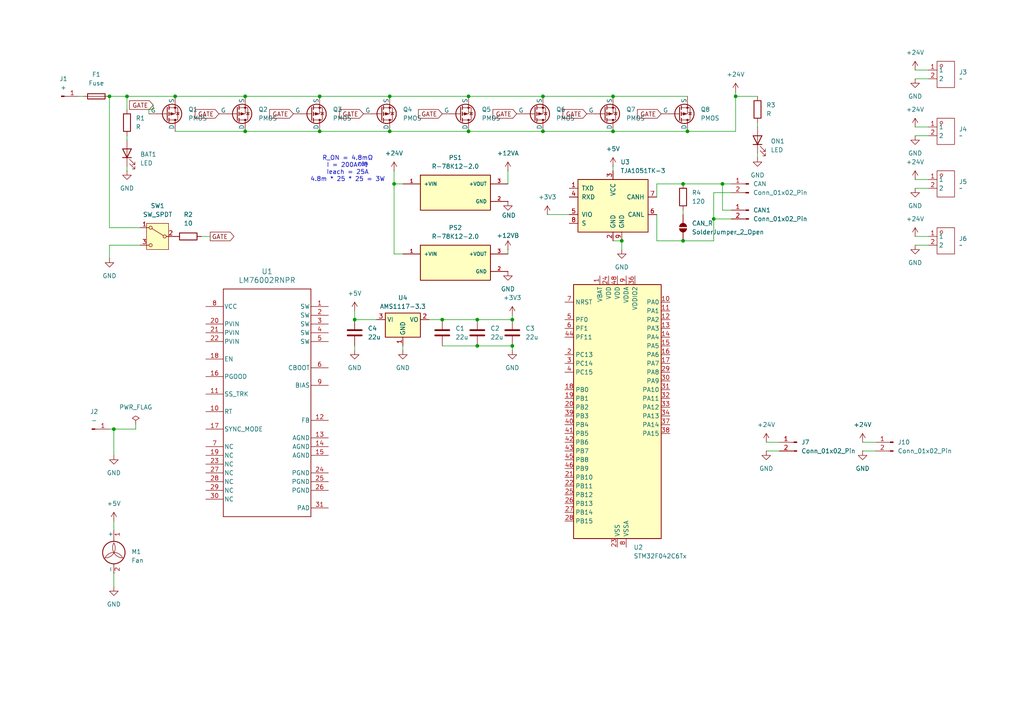
<source format=kicad_sch>
(kicad_sch (version 20250114) (generator "eeschema") (generator_version "9.0")
  (paper "A4")
  (title_block (title "power circuit") (rev "00"))
  (lib_symbols
    (symbol "Connector:Conn_01x01_Pin" (pin_names (offset 1.016) (hide yes))
      (property "Reference" "J" (at 0 2.54 0))
      (property "Value" "Conn_01x01_Pin" (at 0 -2.54 0))
      (symbol "Conn_01x01_Pin_1_1"
        (rectangle (start 0.8636 0.127) (end 0 -0.127) (stroke (width 0.1524)) (fill (type outline)))
        (polyline (pts (xy 1.27 0) (xy 0.8636 0)) (stroke (width 0.1524)))
        (pin passive line (at 5.08 0 180) (length 3.81) (name "Pin_1") (number "1"))
      )
    )
    (symbol "Connector:Conn_01x02_Pin" (pin_names (offset 1.016) (hide yes))
      (property "Reference" "J" (at 0 2.54 0))
      (property "Value" "Conn_01x02_Pin" (at 0 -5.08 0))
      (symbol "Conn_01x02_Pin_1_1"
        (rectangle (start 0.8636 0.127) (end 0 -0.127) (stroke (width 0.1524)) (fill (type outline)))
        (rectangle (start 0.8636 -2.413) (end 0 -2.667) (stroke (width 0.1524)) (fill (type outline)))
        (polyline (pts (xy 1.27 0) (xy 0.8636 0)) (stroke (width 0.1524)))
        (polyline (pts (xy 1.27 -2.54) (xy 0.8636 -2.54)) (stroke (width 0.1524)))
        (pin passive line (at 5.08 0 180) (length 3.81) (name "Pin_1") (number "1"))
        (pin passive line (at 5.08 -2.54 180) (length 3.81) (name "Pin_2") (number "2"))
      )
    )
    (symbol "Device:C" (pin_numbers (hide yes)) (pin_names (offset 0.254))
      (property "Reference" "C" (at 0.635 2.54 0))
      (property "Value" "C" (at 0.635 -2.54 0))
      (symbol "C_0_1"
        (polyline (pts (xy -2.032 0.762) (xy 2.032 0.762)) (stroke (width 0.508)))
        (polyline (pts (xy -2.032 -0.762) (xy 2.032 -0.762)) (stroke (width 0.508)))
      )
      (symbol "C_1_1"
        (pin passive line (at 0 3.81 270) (length 2.794) (name "~") (number "1"))
        (pin passive line (at 0 -3.81 90) (length 2.794) (name "~") (number "2"))
      )
    )
    (symbol "Device:Fuse" (pin_numbers (hide yes)) (pin_names (offset 0))
      (property "Reference" "F" (at 2.032 0 90))
      (property "Value" "Fuse" (at -1.905 0 90))
      (symbol "Fuse_0_1"
        (rectangle (start -0.762 -2.54) (end 0.762 2.54) (stroke (width 0.254)))
        (polyline (pts (xy 0 2.54) (xy 0 -2.54)))
      )
      (symbol "Fuse_1_1"
        (pin passive line (at 0 3.81 270) (length 1.27) (name "~") (number "1"))
        (pin passive line (at 0 -3.81 90) (length 1.27) (name "~") (number "2"))
      )
    )
    (symbol "Device:LED" (pin_numbers (hide yes)) (pin_names (offset 1.016) (hide yes))
      (property "Reference" "D" (at 0 2.54 0))
      (property "Value" "LED" (at 0 -2.54 0))
      (symbol "LED_0_1"
        (polyline (pts (xy -3.048 -0.762) (xy -4.572 -2.286) (xy -3.81 -2.286) (xy -4.572 -2.286) (xy -4.572 -1.524)))
        (polyline (pts (xy -1.778 -0.762) (xy -3.302 -2.286) (xy -2.54 -2.286) (xy -3.302 -2.286) (xy -3.302 -1.524)))
        (polyline (pts (xy -1.27 0) (xy 1.27 0)))
        (polyline (pts (xy -1.27 -1.27) (xy -1.27 1.27)) (stroke (width 0.254)))
        (polyline (pts (xy 1.27 -1.27) (xy 1.27 1.27) (xy -1.27 0) (xy 1.27 -1.27)) (stroke (width 0.254)))
      )
      (symbol "LED_1_1"
        (pin passive line (at -3.81 0 0) (length 2.54) (name "K") (number "1"))
        (pin passive line (at 3.81 0 180) (length 2.54) (name "A") (number "2"))
      )
    )
    (symbol "Device:R" (pin_numbers (hide yes)) (pin_names (offset 0))
      (property "Reference" "R" (at 2.032 0 90))
      (property "Value" "R" (at 0 0 90))
      (symbol "R_0_1"
        (rectangle (start -1.016 -2.54) (end 1.016 2.54) (stroke (width 0.254)))
      )
      (symbol "R_1_1"
        (pin passive line (at 0 3.81 270) (length 1.27) (name "~") (number "1"))
        (pin passive line (at 0 -3.81 90) (length 1.27) (name "~") (number "2"))
      )
    )
    (symbol "Interface_CAN_LIN:TJA1051TK-3" (pin_names (offset 1.016))
      (property "Reference" "U" (at -10.16 8.89 0))
      (property "Value" "TJA1051TK-3" (at 1.27 8.89 0))
      (symbol "TJA1051TK-3_0_1"
        (rectangle (start -10.16 7.62) (end 10.16 -7.62) (stroke (width 0.254)) (fill (type background)))
      )
      (symbol "TJA1051TK-3_1_1"
        (pin input line (at -12.7 5.08 0) (length 2.54) (name "TXD") (number "1"))
        (pin output line (at -12.7 2.54 0) (length 2.54) (name "RXD") (number "4"))
        (pin power_in line (at -12.7 -2.54 0) (length 2.54) (name "VIO") (number "5"))
        (pin input line (at -12.7 -5.08 0) (length 2.54) (name "S") (number "8"))
        (pin power_in line (at 0 10.16 270) (length 2.54) (name "VCC") (number "3"))
        (pin power_in line (at 0 -10.16 90) (length 2.54) (name "GND") (number "2"))
        (pin power_in line (at 2.54 -10.16 90) (length 2.54) (name "GND") (number "9"))
        (pin bidirectional line (at 12.7 2.54 180) (length 2.54) (name "CANH") (number "7"))
        (pin bidirectional line (at 12.7 -2.54 180) (length 2.54) (name "CANL") (number "6"))
      )
    )
    (symbol "Jumper:SolderJumper_2_Open" (pin_numbers (hide yes)) (pin_names (offset 0) (hide yes)) (exclude_from_sim yes) (in_bom no)
      (property "Reference" "JP" (at 0 2.032 0))
      (property "Value" "SolderJumper_2_Open" (at 0 -2.54 0))
      (symbol "SolderJumper_2_Open_0_1"
        (polyline (pts (xy -0.254 1.016) (xy -0.254 -1.016)))
        (arc (start -0.254 -1.016) (mid -1.2656 0) (end -0.254 1.016))
        (arc (start -0.254 -1.016) (mid -1.2656 0) (end -0.254 1.016) (fill (type outline)))
        (arc (start 0.254 1.016) (mid 1.2656 0) (end 0.254 -1.016))
        (arc (start 0.254 1.016) (mid 1.2656 0) (end 0.254 -1.016) (fill (type outline)))
        (polyline (pts (xy 0.254 1.016) (xy 0.254 -1.016)))
      )
      (symbol "SolderJumper_2_Open_1_1"
        (pin passive line (at -3.81 0 0) (length 2.54) (name "A") (number "1"))
        (pin passive line (at 3.81 0 180) (length 2.54) (name "B") (number "2"))
      )
    )
    (symbol "MCU_ST_STM32F0:STM32F042C6Tx"
      (property "Reference" "U" (at -12.7 39.37 0))
      (property "Value" "STM32F042C6Tx" (at 7.62 39.37 0))
      (symbol "STM32F042C6Tx_0_1"
        (rectangle (start -12.7 -35.56) (end 12.7 38.1) (stroke (width 0.254)) (fill (type background)))
      )
      (symbol "STM32F042C6Tx_1_1"
        (pin input line (at -15.24 33.02 0) (length 2.54) (name "NRST") (number "7"))
        (pin bidirectional line (at -15.24 27.94 0) (length 2.54) (name "PF0") (number "5"))
        (pin bidirectional line (at -15.24 25.4 0) (length 2.54) (name "PF1") (number "6"))
        (pin bidirectional line (at -15.24 22.86 0) (length 2.54) (name "PF11") (number "44"))
        (pin bidirectional line (at -15.24 17.78 0) (length 2.54) (name "PC13") (number "2"))
        (pin bidirectional line (at -15.24 15.24 0) (length 2.54) (name "PC14") (number "3"))
        (pin bidirectional line (at -15.24 12.7 0) (length 2.54) (name "PC15") (number "4"))
        (pin bidirectional line (at -15.24 7.62 0) (length 2.54) (name "PB0") (number "18"))
        (pin bidirectional line (at -15.24 5.08 0) (length 2.54) (name "PB1") (number "19"))
        (pin bidirectional line (at -15.24 2.54 0) (length 2.54) (name "PB2") (number "20"))
        (pin bidirectional line (at -15.24 0 0) (length 2.54) (name "PB3") (number "39"))
        (pin bidirectional line (at -15.24 -2.54 0) (length 2.54) (name "PB4") (number "40"))
        (pin bidirectional line (at -15.24 -5.08 0) (length 2.54) (name "PB5") (number "41"))
        (pin bidirectional line (at -15.24 -7.62 0) (length 2.54) (name "PB6") (number "42"))
        (pin bidirectional line (at -15.24 -10.16 0) (length 2.54) (name "PB7") (number "43"))
        (pin bidirectional line (at -15.24 -12.7 0) (length 2.54) (name "PB8") (number "45"))
        (pin bidirectional line (at -15.24 -15.24 0) (length 2.54) (name "PB9") (number "46"))
        (pin bidirectional line (at -15.24 -17.78 0) (length 2.54) (name "PB10") (number "21"))
        (pin bidirectional line (at -15.24 -20.32 0) (length 2.54) (name "PB11") (number "22"))
        (pin bidirectional line (at -15.24 -22.86 0) (length 2.54) (name "PB12") (number "25"))
        (pin bidirectional line (at -15.24 -25.4 0) (length 2.54) (name "PB13") (number "26"))
        (pin bidirectional line (at -15.24 -27.94 0) (length 2.54) (name "PB14") (number "27"))
        (pin bidirectional line (at -15.24 -30.48 0) (length 2.54) (name "PB15") (number "28"))
        (pin power_in line (at -5.08 40.64 270) (length 2.54) (name "VBAT") (number "1"))
        (pin power_in line (at -2.54 40.64 270) (length 2.54) (name "VDD") (number "24"))
        (pin power_in line (at 0 40.64 270) (length 2.54) (name "VDD") (number "48"))
        (pin power_in line (at 0 -38.1 90) (length 2.54) (name "VSS") (number "23"))
        (pin passive line (at 0 -38.1 90) (length 2.54) (hide yes) (name "VSS") (number "35"))
        (pin passive line (at 0 -38.1 90) (length 2.54) (hide yes) (name "VSS") (number "47"))
        (pin power_in line (at 2.54 40.64 270) (length 2.54) (name "VDDA") (number "9"))
        (pin power_in line (at 2.54 -38.1 90) (length 2.54) (name "VSSA") (number "8"))
        (pin power_in line (at 5.08 40.64 270) (length 2.54) (name "VDDIO2") (number "36"))
        (pin bidirectional line (at 15.24 33.02 180) (length 2.54) (name "PA0") (number "10"))
        (pin bidirectional line (at 15.24 30.48 180) (length 2.54) (name "PA1") (number "11"))
        (pin bidirectional line (at 15.24 27.94 180) (length 2.54) (name "PA2") (number "12"))
        (pin bidirectional line (at 15.24 25.4 180) (length 2.54) (name "PA3") (number "13"))
        (pin bidirectional line (at 15.24 22.86 180) (length 2.54) (name "PA4") (number "14"))
        (pin bidirectional line (at 15.24 20.32 180) (length 2.54) (name "PA5") (number "15"))
        (pin bidirectional line (at 15.24 17.78 180) (length 2.54) (name "PA6") (number "16"))
        (pin bidirectional line (at 15.24 15.24 180) (length 2.54) (name "PA7") (number "17"))
        (pin bidirectional line (at 15.24 12.7 180) (length 2.54) (name "PA8") (number "29"))
        (pin bidirectional line (at 15.24 10.16 180) (length 2.54) (name "PA9") (number "30"))
        (pin bidirectional line (at 15.24 7.62 180) (length 2.54) (name "PA10") (number "31"))
        (pin bidirectional line (at 15.24 5.08 180) (length 2.54) (name "PA11") (number "32"))
        (pin bidirectional line (at 15.24 2.54 180) (length 2.54) (name "PA12") (number "33"))
        (pin bidirectional line (at 15.24 0 180) (length 2.54) (name "PA13") (number "34"))
        (pin bidirectional line (at 15.24 -2.54 180) (length 2.54) (name "PA14") (number "37"))
        (pin bidirectional line (at 15.24 -5.08 180) (length 2.54) (name "PA15") (number "38"))
      )
    )
    (symbol "Motor:Fan" (pin_names (offset 0))
      (property "Reference" "M" (at 2.54 5.08 0))
      (property "Value" "Fan" (at 2.54 -2.54 0))
      (symbol "Fan_0_1"
        (arc (start 0 3.81) (mid -0.0015 0.9048) (end -2.54 -0.508))
        (polyline (pts (xy 0 4.572) (xy 0 5.08)))
        (polyline (pts (xy 0 4.2672) (xy 0 4.6228)))
        (circle (center 0 1.016) (radius 3.2512) (stroke (width 0.254)))
        (arc (start -2.54 -0.508) (mid 0 1.0618) (end 2.54 -0.508))
        (polyline (pts (xy 0 -2.2352) (xy 0 -2.6416)))
        (polyline (pts (xy 0 -5.08) (xy 0 -4.572)))
        (arc (start 2.54 -0.508) (mid 0.047 0.9315) (end 0 3.81))
      )
      (symbol "Fan_1_1"
        (pin passive line (at 0 7.62 270) (length 2.54) (name "+") (number "1"))
        (pin passive line (at 0 -5.08 90) (length 2.54) (name "-") (number "2"))
      )
    )
    (symbol "Regulator_Linear:AMS1117-3.3"
      (property "Reference" "U" (at -3.81 3.175 0))
      (property "Value" "AMS1117-3.3" (at 0 3.175 0))
      (symbol "AMS1117-3.3_0_1"
        (rectangle (start -5.08 -5.08) (end 5.08 1.905) (stroke (width 0.254)) (fill (type background)))
      )
      (symbol "AMS1117-3.3_1_1"
        (pin power_in line (at -7.62 0 0) (length 2.54) (name "VI") (number "3"))
        (pin power_in line (at 0 -7.62 90) (length 2.54) (name "GND") (number "1"))
        (pin power_out line (at 7.62 0 180) (length 2.54) (name "VO") (number "2"))
      )
    )
    (symbol "Simulation_SPICE:PMOS" (pin_numbers (hide yes)) (pin_names (offset 0))
      (property "Reference" "Q" (at 5.08 1.27 0))
      (property "Value" "PMOS" (at 5.08 -1.27 0))
      (symbol "PMOS_0_1"
        (polyline (pts (xy 0.254 1.905) (xy 0.254 -1.905)) (stroke (width 0.254)))
        (polyline (pts (xy 0.254 0) (xy -2.54 0)))
        (polyline (pts (xy 0.762 2.286) (xy 0.762 1.27)) (stroke (width 0.254)))
        (polyline (pts (xy 0.762 1.778) (xy 3.302 1.778) (xy 3.302 -1.778) (xy 0.762 -1.778)))
        (polyline (pts (xy 0.762 0.508) (xy 0.762 -0.508)) (stroke (width 0.254)))
        (polyline (pts (xy 0.762 -1.27) (xy 0.762 -2.286)) (stroke (width 0.254)))
        (circle (center 1.651 0) (radius 2.794) (stroke (width 0.254)))
        (polyline (pts (xy 2.286 0) (xy 1.27 0.381) (xy 1.27 -0.381) (xy 2.286 0)) (fill (type outline)))
        (polyline (pts (xy 2.54 2.54) (xy 2.54 1.778)))
        (circle (center 2.54 1.778) (radius 0.254) (fill (type outline)))
        (circle (center 2.54 -1.778) (radius 0.254) (fill (type outline)))
        (polyline (pts (xy 2.54 -2.54) (xy 2.54 0) (xy 0.762 0)))
        (polyline (pts (xy 2.794 -0.508) (xy 2.921 -0.381) (xy 3.683 -0.381) (xy 3.81 -0.254)))
        (polyline (pts (xy 3.302 -0.381) (xy 2.921 0.254) (xy 3.683 0.254) (xy 3.302 -0.381)))
      )
      (symbol "PMOS_1_1"
        (pin input line (at -5.08 0 0) (length 2.54) (name "G") (number "2"))
        (pin passive line (at 2.54 5.08 270) (length 2.54) (name "D") (number "1"))
        (pin passive line (at 2.54 -5.08 90) (length 2.54) (name "S") (number "3"))
      )
    )
    (symbol "Switch:SW_SPDT" (pin_names (offset 0) (hide yes))
      (property "Reference" "SW" (at 0 5.08 0))
      (property "Value" "SW_SPDT" (at 0 -5.08 0))
      (symbol "SW_SPDT_0_1"
        (circle (center -2.032 0) (radius 0.4572))
        (polyline (pts (xy -1.651 0.254) (xy 1.651 2.286)))
        (circle (center 2.032 2.54) (radius 0.4572))
        (circle (center 2.032 -2.54) (radius 0.4572))
      )
      (symbol "SW_SPDT_1_1"
        (rectangle (start -3.175 3.81) (end 3.175 -3.81) (fill (type background)))
        (pin passive line (at -5.08 0 0) (length 2.54) (name "B") (number "2"))
        (pin passive line (at 5.08 2.54 180) (length 2.54) (name "A") (number "1"))
        (pin passive line (at 5.08 -2.54 180) (length 2.54) (name "C") (number "3"))
      )
    )
    (symbol "power:+12V" (power) (pin_numbers (hide yes)) (pin_names (offset 0) (hide yes))
      (property "Value" "+12V" (at 0 3.556 0))
      (symbol "+12V_0_1"
        (polyline (pts (xy -0.762 1.27) (xy 0 2.54)))
        (polyline (pts (xy 0 2.54) (xy 0.762 1.27)))
        (polyline (pts (xy 0 0) (xy 0 2.54)))
      )
      (symbol "+12V_1_1"
        (pin power_in line (at 0 0 90) (length 0) (name "~") (number "1"))
      )
    )
    (symbol "power:+24V" (power) (pin_numbers (hide yes)) (pin_names (offset 0) (hide yes))
      (property "Value" "+24V" (at 0 3.556 0))
      (symbol "+24V_0_1"
        (polyline (pts (xy -0.762 1.27) (xy 0 2.54)))
        (polyline (pts (xy 0 2.54) (xy 0.762 1.27)))
        (polyline (pts (xy 0 0) (xy 0 2.54)))
      )
      (symbol "+24V_1_1"
        (pin power_in line (at 0 0 90) (length 0) (name "~") (number "1"))
      )
    )
    (symbol "power:+3V3" (power) (pin_numbers (hide yes)) (pin_names (offset 0) (hide yes))
      (property "Value" "+3V3" (at 0 3.556 0))
      (symbol "+3V3_0_1"
        (polyline (pts (xy -0.762 1.27) (xy 0 2.54)))
        (polyline (pts (xy 0 2.54) (xy 0.762 1.27)))
        (polyline (pts (xy 0 0) (xy 0 2.54)))
      )
      (symbol "+3V3_1_1"
        (pin power_in line (at 0 0 90) (length 0) (name "~") (number "1"))
      )
    )
    (symbol "power:+5V" (power) (pin_numbers (hide yes)) (pin_names (offset 0) (hide yes))
      (property "Value" "+5V" (at 0 3.556 0))
      (symbol "+5V_0_1"
        (polyline (pts (xy -0.762 1.27) (xy 0 2.54)))
        (polyline (pts (xy 0 2.54) (xy 0.762 1.27)))
        (polyline (pts (xy 0 0) (xy 0 2.54)))
      )
      (symbol "+5V_1_1"
        (pin power_in line (at 0 0 90) (length 0) (name "~") (number "1"))
      )
    )
    (symbol "power:GND" (power) (pin_numbers (hide yes)) (pin_names (offset 0) (hide yes))
      (property "Value" "GND" (at 0 -3.81 0))
      (symbol "GND_0_1"
        (polyline (pts (xy 0 0) (xy 0 -1.27) (xy 1.27 -1.27) (xy 0 -2.54) (xy -1.27 -1.27) (xy 0 -1.27)))
      )
      (symbol "GND_1_1"
        (pin power_in line (at 0 0 270) (length 0) (name "~") (number "1"))
      )
    )
    (symbol "power:PWR_FLAG" (power) (pin_numbers (hide yes)) (pin_names (offset 0) (hide yes))
      (property "Value" "PWR_FLAG" (at 0 3.81 0))
      (symbol "PWR_FLAG_0_0"
        (pin power_out line (at 0 0 90) (length 0) (name "~") (number "1"))
      )
      (symbol "PWR_FLAG_0_1"
        (polyline (pts (xy 0 0) (xy 0 1.27) (xy -1.016 1.905) (xy 0 2.54) (xy 1.016 1.905) (xy 0 1.27)))
      )
    )
    (symbol "specific_library:LM76002RNPR" (pin_names (offset 0.254))
      (property "Reference" "U" (at 0 2.54 0))
      (property "Value" "LM76002RNPR" (at 0 0 0))
      (symbol "LM76002RNPR_0_1"
        (polyline (pts (xy -12.7 35.56) (xy -12.7 -30.48)) (stroke (width 0.2032)))
        (polyline (pts (xy -12.7 -30.48) (xy 12.7 -30.48)) (stroke (width 0.2032)))
        (polyline (pts (xy 12.7 35.56) (xy -12.7 35.56)) (stroke (width 0.2032)))
        (polyline (pts (xy 12.7 -30.48) (xy 12.7 35.56)) (stroke (width 0.2032)))
        (pin power_in line (at -17.78 30.48 0) (length 5.08) (name "VCC") (number "8"))
        (pin power_in line (at -17.78 25.4 0) (length 5.08) (name "PVIN") (number "20"))
        (pin power_in line (at -17.78 22.86 0) (length 5.08) (name "PVIN") (number "21"))
        (pin power_in line (at -17.78 20.32 0) (length 5.08) (name "PVIN") (number "22"))
        (pin input line (at -17.78 15.24 0) (length 5.08) (name "EN") (number "18"))
        (pin open_collector line (at -17.78 10.16 0) (length 5.08) (name "PGOOD") (number "16"))
        (pin input line (at -17.78 5.08 0) (length 5.08) (name "SS_TRK") (number "11"))
        (pin input line (at -17.78 0 0) (length 5.08) (name "RT") (number "10"))
        (pin input line (at -17.78 -5.08 0) (length 5.08) (name "SYNC_MODE") (number "17"))
        (pin unspecified line (at -17.78 -10.16 0) (length 5.08) (name "NC") (number "7"))
        (pin unspecified line (at -17.78 -12.7 0) (length 5.08) (name "NC") (number "19"))
        (pin unspecified line (at -17.78 -15.24 0) (length 5.08) (name "NC") (number "23"))
        (pin unspecified line (at -17.78 -17.78 0) (length 5.08) (name "NC") (number "27"))
        (pin unspecified line (at -17.78 -20.32 0) (length 5.08) (name "NC") (number "28"))
        (pin unspecified line (at -17.78 -22.86 0) (length 5.08) (name "NC") (number "29"))
        (pin unspecified line (at -17.78 -25.4 0) (length 5.08) (name "NC") (number "30"))
        (pin power_in line (at 17.78 30.48 180) (length 5.08) (name "SW") (number "1"))
        (pin power_in line (at 17.78 27.94 180) (length 5.08) (name "SW") (number "2"))
        (pin power_in line (at 17.78 25.4 180) (length 5.08) (name "SW") (number "3"))
        (pin power_in line (at 17.78 22.86 180) (length 5.08) (name "SW") (number "4"))
        (pin power_in line (at 17.78 20.32 180) (length 5.08) (name "SW") (number "5"))
        (pin power_in line (at 17.78 12.7 180) (length 5.08) (name "CBOOT") (number "6"))
        (pin unspecified line (at 17.78 7.62 180) (length 5.08) (name "BIAS") (number "9"))
        (pin input line (at 17.78 -2.54 180) (length 5.08) (name "FB") (number "12"))
        (pin power_in line (at 17.78 -7.62 180) (length 5.08) (name "AGND") (number "13"))
        (pin power_in line (at 17.78 -10.16 180) (length 5.08) (name "AGND") (number "14"))
        (pin power_in line (at 17.78 -12.7 180) (length 5.08) (name "AGND") (number "15"))
        (pin power_in line (at 17.78 -17.78 180) (length 5.08) (name "PGND") (number "24"))
        (pin power_in line (at 17.78 -20.32 180) (length 5.08) (name "PGND") (number "25"))
        (pin power_in line (at 17.78 -22.86 180) (length 5.08) (name "PGND") (number "26"))
        (pin power_in line (at 17.78 -27.94 180) (length 5.08) (name "PAD") (number "31"))
      )
    )
    (symbol "specific_library:R-78K12-2.0" (pin_names (offset 1.016))
      (property "Reference" "PS" (at -10.16 5.842 0))
      (property "Value" "R-78K12-2.0" (at -10.16 -7.62 0))
      (symbol "R-78K12-2.0_0_0"
        (rectangle (start -10.16 5.08) (end 10.16 -5.08) (stroke (width 0.254)) (fill (type background)))
        (pin input line (at -15.24 2.54 0) (length 5.08) (name "+VIN") (number "1"))
        (pin output line (at 15.24 2.54 180) (length 5.08) (name "+VOUT") (number "3"))
        (pin power_in line (at 15.24 -2.54 180) (length 5.08) (name "GND") (number "2"))
      )
    )
    (symbol "specific_library:XT90H-F.G.Y"
      (property "Reference" "J" (at 0 0 0))
      (symbol "XT90H-F.G.Y_1_0"
        (rectangle (start -2.54 3.81) (end 2.54 -3.81))
        (circle (center -1.27 2.54) (radius 0.381))
        (pin passive line (at -5.08 1.27 0) (length 2.54) (name "1") (number "1"))
        (pin passive line (at -5.08 -1.27 0) (length 2.54) (name "2") (number "2"))
      )
    )
  )
  (text "R_ON = 4.8mΩ\nI = 200Aの時\nIeach = 25A\n4.8m * 25 * 25 = 3W" (at 100.838 49.022 0) (effects (font (size 1.27 1.27))))
  (junction (at 180.34 69.85))
  (junction (at 92.71 38.1))
  (junction (at 33.02 124.46))
  (junction (at 50.8 27.94))
  (junction (at 71.12 27.94))
  (junction (at 138.43 92.71))
  (junction (at 102.87 92.71))
  (junction (at 135.89 27.94))
  (junction (at 177.8 27.94))
  (junction (at 148.59 100.33))
  (junction (at 128.27 92.71))
  (junction (at 92.71 27.94))
  (junction (at 213.36 27.94))
  (junction (at 135.89 38.1))
  (junction (at 198.12 69.85))
  (junction (at 148.59 92.71))
  (junction (at 198.12 53.34))
  (junction (at 138.43 100.33))
  (junction (at 31.75 27.94))
  (junction (at 36.83 27.94))
  (junction (at 177.8 38.1))
  (junction (at 113.03 27.94))
  (junction (at 157.48 38.1))
  (junction (at 199.39 38.1))
  (junction (at 114.3 53.34))
  (junction (at 209.55 53.34))
  (junction (at 71.12 38.1))
  (junction (at 113.03 38.1))
  (junction (at 157.48 27.94))
  (junction (at 207.01 63.5))
  (wire (pts (xy 33.02 132.08) (xy 33.02 124.46)))
  (wire (pts (xy 102.87 101.6) (xy 102.87 100.33)))
  (wire (pts (xy 36.83 31.75) (xy 36.83 27.94)))
  (wire (pts (xy 147.32 49.53) (xy 147.32 53.34)))
  (wire (pts (xy 207.01 69.85) (xy 198.12 69.85)))
  (wire (pts (xy 265.43 22.86) (xy 269.24 22.86)))
  (wire (pts (xy 265.43 54.61) (xy 269.24 54.61)))
  (wire (pts (xy 265.43 36.83) (xy 269.24 36.83)))
  (wire (pts (xy 92.71 27.94) (xy 113.03 27.94)))
  (wire (pts (xy 128.27 100.33) (xy 138.43 100.33)))
  (wire (pts (xy 207.01 55.88) (xy 207.01 63.5)))
  (wire (pts (xy 158.75 62.23) (xy 165.1 62.23)))
  (wire (pts (xy 39.37 124.46) (xy 33.02 124.46)))
  (wire (pts (xy 222.25 128.27) (xy 226.06 128.27)))
  (wire (pts (xy 265.43 71.12) (xy 269.24 71.12)))
  (wire (pts (xy 43.18 31.75) (xy 43.18 33.02)))
  (wire (pts (xy 71.12 38.1) (xy 92.71 38.1)))
  (wire (pts (xy 124.46 92.71) (xy 128.27 92.71)))
  (wire (pts (xy 114.3 73.66) (xy 114.3 53.34)))
  (wire (pts (xy 36.83 27.94) (xy 50.8 27.94)))
  (wire (pts (xy 31.75 66.04) (xy 31.75 27.94)))
  (wire (pts (xy 207.01 63.5) (xy 207.01 69.85)))
  (wire (pts (xy 50.8 38.1) (xy 71.12 38.1)))
  (wire (pts (xy 250.19 130.81) (xy 254 130.81)))
  (wire (pts (xy 147.32 72.39) (xy 147.32 73.66)))
  (wire (pts (xy 265.43 52.07) (xy 269.24 52.07)))
  (wire (pts (xy 219.71 27.94) (xy 213.36 27.94)))
  (wire (pts (xy 265.43 68.58) (xy 269.24 68.58)))
  (wire (pts (xy 190.5 62.23) (xy 190.5 69.85)))
  (wire (pts (xy 50.8 27.94) (xy 71.12 27.94)))
  (wire (pts (xy 114.3 49.53) (xy 114.3 53.34)))
  (wire (pts (xy 138.43 100.33) (xy 148.59 100.33)))
  (wire (pts (xy 177.8 38.1) (xy 199.39 38.1)))
  (wire (pts (xy 138.43 92.71) (xy 148.59 92.71)))
  (wire (pts (xy 135.89 27.94) (xy 157.48 27.94)))
  (wire (pts (xy 212.09 60.96) (xy 209.55 60.96)))
  (wire (pts (xy 44.45 30.48) (xy 44.45 31.75)))
  (wire (pts (xy 22.86 27.94) (xy 24.13 27.94)))
  (wire (pts (xy 198.12 60.96) (xy 198.12 62.23)))
  (wire (pts (xy 135.89 38.1) (xy 157.48 38.1)))
  (wire (pts (xy 58.42 68.58) (xy 60.96 68.58)))
  (wire (pts (xy 36.83 49.53) (xy 36.83 48.26)))
  (wire (pts (xy 219.71 36.83) (xy 219.71 35.56)))
  (wire (pts (xy 31.75 74.93) (xy 31.75 71.12)))
  (wire (pts (xy 265.43 39.37) (xy 269.24 39.37)))
  (wire (pts (xy 177.8 48.26) (xy 177.8 49.53)))
  (wire (pts (xy 190.5 53.34) (xy 190.5 57.15)))
  (wire (pts (xy 212.09 53.34) (xy 209.55 53.34)))
  (wire (pts (xy 39.37 123.19) (xy 39.37 124.46)))
  (wire (pts (xy 36.83 40.64) (xy 36.83 39.37)))
  (wire (pts (xy 177.8 27.94) (xy 199.39 27.94)))
  (wire (pts (xy 148.59 91.44) (xy 148.59 92.71)))
  (wire (pts (xy 190.5 69.85) (xy 198.12 69.85)))
  (wire (pts (xy 113.03 27.94) (xy 135.89 27.94)))
  (wire (pts (xy 33.02 124.46) (xy 31.75 124.46)))
  (wire (pts (xy 102.87 90.17) (xy 102.87 92.71)))
  (wire (pts (xy 33.02 170.18) (xy 33.02 166.37)))
  (wire (pts (xy 180.34 69.85) (xy 177.8 69.85)))
  (wire (pts (xy 207.01 63.5) (xy 212.09 63.5)))
  (wire (pts (xy 44.45 31.75) (xy 43.18 31.75)))
  (wire (pts (xy 209.55 60.96) (xy 209.55 53.34)))
  (wire (pts (xy 219.71 45.72) (xy 219.71 44.45)))
  (wire (pts (xy 33.02 151.13) (xy 33.02 153.67)))
  (wire (pts (xy 31.75 71.12) (xy 40.64 71.12)))
  (wire (pts (xy 157.48 38.1) (xy 177.8 38.1)))
  (wire (pts (xy 102.87 92.71) (xy 109.22 92.71)))
  (wire (pts (xy 209.55 53.34) (xy 198.12 53.34)))
  (wire (pts (xy 212.09 55.88) (xy 207.01 55.88)))
  (wire (pts (xy 222.25 130.81) (xy 226.06 130.81)))
  (wire (pts (xy 128.27 92.71) (xy 138.43 92.71)))
  (wire (pts (xy 92.71 38.1) (xy 113.03 38.1)))
  (wire (pts (xy 116.84 101.6) (xy 116.84 100.33)))
  (wire (pts (xy 31.75 27.94) (xy 36.83 27.94)))
  (wire (pts (xy 180.34 72.39) (xy 180.34 69.85)))
  (wire (pts (xy 198.12 53.34) (xy 190.5 53.34)))
  (wire (pts (xy 31.75 66.04) (xy 40.64 66.04)))
  (wire (pts (xy 148.59 100.33) (xy 148.59 101.6)))
  (wire (pts (xy 114.3 53.34) (xy 116.84 53.34)))
  (wire (pts (xy 250.19 128.27) (xy 254 128.27)))
  (wire (pts (xy 265.43 20.32) (xy 269.24 20.32)))
  (wire (pts (xy 213.36 26.67) (xy 213.36 27.94)))
  (wire (pts (xy 213.36 27.94) (xy 213.36 38.1)))
  (wire (pts (xy 113.03 38.1) (xy 135.89 38.1)))
  (wire (pts (xy 116.84 73.66) (xy 114.3 73.66)))
  (wire (pts (xy 71.12 27.94) (xy 92.71 27.94)))
  (wire (pts (xy 213.36 38.1) (xy 199.39 38.1)))
  (wire (pts (xy 157.48 27.94) (xy 177.8 27.94)))
  (global_label "GATE" (shape input) (at 105.41 33.02 180) (property "Intersheetrefs" "${INTERSHEET_REFS}" (effects (hide yes))))
  (global_label "GATE" (shape input) (at 44.45 30.48 180) (property "Intersheetrefs" "${INTERSHEET_REFS}" (effects (hide yes))))
  (global_label "GATE" (shape input) (at 85.09 33.02 180) (property "Intersheetrefs" "${INTERSHEET_REFS}" (effects (hide yes))))
  (global_label "GATE" (shape input) (at 128.27 33.02 180) (property "Intersheetrefs" "${INTERSHEET_REFS}" (effects (hide yes))))
  (global_label "GATE" (shape input) (at 191.77 33.02 180) (property "Intersheetrefs" "${INTERSHEET_REFS}" (effects (hide yes))))
  (global_label "GATE" (shape input) (at 170.18 33.02 180) (property "Intersheetrefs" "${INTERSHEET_REFS}" (effects (hide yes))))
  (global_label "GATE" (shape input) (at 149.86 33.02 180) (property "Intersheetrefs" "${INTERSHEET_REFS}" (effects (hide yes))))
  (global_label "GATE" (shape input) (at 63.5 33.02 180) (property "Intersheetrefs" "${INTERSHEET_REFS}" (effects (hide yes))))
  (global_label "GATE" (shape output) (at 60.96 68.58 0) (property "Intersheetrefs" "${INTERSHEET_REFS}" (effects (hide yes))))
  (symbol (lib_id "Device:LED") (at 36.83 44.45 90) (unit 1)
    (property "Reference" "BAT1" (at 40.64 44.7674 90) (effects (justify right)))
    (property "Value" "LED" (at 40.64 47.3074 90) (effects (justify right)))
    (property "Description" "Light emitting diode" (effects (hide yes)))
    (property "Sim.Pins" "1=K 2=A" (effects (hide yes)))
  )
  (symbol (lib_id "power:+3V3") (at 158.75 62.23 0) (unit 1)
    (property "Reference" "#PWR032" (effects (hide yes)))
    (property "Value" "+3V3" (at 158.75 57.15 0))
    (property "Description" "Power symbol creates a global label with name \"+3V3\"" (effects (hide yes)))
  )
  (symbol (lib_id "power:+24V") (at 265.43 36.83 0) (unit 1)
    (property "Reference" "#PWR010" (effects (hide yes)))
    (property "Value" "+24V" (at 265.43 31.75 0))
    (property "Description" "Power symbol creates a global label with name \"+24V\"" (effects (hide yes)))
  )
  (symbol (lib_id "power:GND") (at 265.43 39.37 0) (unit 1)
    (property "Reference" "#PWR011" (effects (hide yes)))
    (property "Value" "GND" (at 265.43 44.45 0))
    (property "Description" "Power symbol creates a global label with name \"GND\" , ground" (effects (hide yes)))
  )
  (symbol (lib_id "Device:Fuse") (at 27.94 27.94 90) (unit 1)
    (property "Reference" "F1" (at 27.94 21.59 90))
    (property "Value" "Fuse" (at 27.94 24.13 90))
    (property "Footprint" "specific_footprint_library:anl_fuse" (effects (hide yes)))
    (property "Description" "Fuse" (effects (hide yes)))
  )
  (symbol (lib_id "Simulation_SPICE:PMOS") (at 133.35 33.02 0) (mirror x) (unit 1)
    (property "Reference" "Q5" (at 139.7 31.7499 0) (effects (justify left)))
    (property "Value" "PMOS" (at 139.7 34.2899 0) (effects (justify left)))
    (property "Datasheet" "https://akizukidenshi.com/catalog/g/g116297/" (effects (hide yes)))
    (property "Description" "P-MOSFET transistor, drain/source/gate" (effects (hide yes)))
    (property "Sim.Device" "PMOS" (effects (hide yes)))
    (property "Sim.Type" "VDMOS" (effects (hide yes)))
    (property "Sim.Pins" "1=D 2=G 3=S" (effects (hide yes)))
  )
  (symbol (lib_id "power:GND") (at 250.19 130.81 0) (unit 1)
    (property "Reference" "#PWR019" (effects (hide yes)))
    (property "Value" "GND" (at 250.19 135.89 0))
    (property "Description" "Power symbol creates a global label with name \"GND\" , ground" (effects (hide yes)))
  )
  (symbol (lib_id "Connector:Conn_01x02_Pin") (at 217.17 53.34 0) (mirror y) (unit 1)
    (property "Reference" "CAN" (at 218.44 53.3399 0) (effects (justify right)))
    (property "Value" "Conn_01x02_Pin" (at 218.44 55.8799 0) (effects (justify right)))
    (property "Footprint" "Connector_JST:JST_XA_S02B-XASK-1_1x02_P2.50mm_Horizontal" (effects (hide yes)))
    (property "Description" "Generic connector, single row, 01x02, script generated" (effects (hide yes)))
  )
  (symbol (lib_id "power:+24V") (at 250.19 128.27 0) (unit 1)
    (property "Reference" "#PWR018" (effects (hide yes)))
    (property "Value" "+24V" (at 250.19 123.19 0))
    (property "Description" "Power symbol creates a global label with name \"+24V\"" (effects (hide yes)))
  )
  (symbol (lib_id "power:GND") (at 147.32 58.42 0) (unit 1)
    (property "Reference" "#PWR026" (effects (hide yes)))
    (property "Value" "GND" (at 147.574 62.484 0))
    (property "Description" "Power symbol creates a global label with name \"GND\" , ground" (effects (hide yes)))
  )
  (symbol (lib_id "Device:C") (at 128.27 96.52 0) (unit 1)
    (property "Reference" "C1" (at 132.08 95.2499 0) (effects (justify left)))
    (property "Value" "22u" (at 132.08 97.7899 0) (effects (justify left)))
    (property "Description" "Unpolarized capacitor" (effects (hide yes)))
  )
  (symbol (lib_id "Device:C") (at 102.87 96.52 0) (unit 1)
    (property "Reference" "C4" (at 106.68 95.2499 0) (effects (justify left)))
    (property "Value" "22u" (at 106.68 97.7899 0) (effects (justify left)))
    (property "Description" "Unpolarized capacitor" (effects (hide yes)))
  )
  (symbol (lib_id "specific_library:LM76002RNPR") (at 77.47 119.38 0) (unit 1)
    (property "Reference" "U1" (at 77.47 78.74 0) (effects (font (size 1.524 1.524))))
    (property "Value" "LM76002RNPR" (at 77.47 81.28 0) (effects (font (size 1.524 1.524))))
    (property "Footprint" "specific_footprint_library:RNP0030B" (effects (hide yes)))
    (property "Datasheet" "https://www.ti.com/lit/gpn/lm76002" (effects (hide yes)))
  )
  (symbol (lib_id "Device:R") (at 54.61 68.58 90) (unit 1)
    (property "Reference" "R2" (at 54.61 62.23 90))
    (property "Value" "10" (at 54.61 64.77 90))
    (property "Description" "Resistor" (effects (hide yes)))
  )
  (symbol (lib_id "Simulation_SPICE:PMOS") (at 154.94 33.02 0) (mirror x) (unit 1)
    (property "Reference" "Q6" (at 161.29 31.7499 0) (effects (justify left)))
    (property "Value" "PMOS" (at 161.29 34.2899 0) (effects (justify left)))
    (property "Datasheet" "https://akizukidenshi.com/catalog/g/g116297/" (effects (hide yes)))
    (property "Description" "P-MOSFET transistor, drain/source/gate" (effects (hide yes)))
    (property "Sim.Device" "PMOS" (effects (hide yes)))
    (property "Sim.Type" "VDMOS" (effects (hide yes)))
    (property "Sim.Pins" "1=D 2=G 3=S" (effects (hide yes)))
  )
  (symbol (lib_id "power:GND") (at 102.87 101.6 0) (unit 1)
    (property "Reference" "#PWR024" (effects (hide yes)))
    (property "Value" "GND" (at 102.87 106.68 0))
    (property "Description" "Power symbol creates a global label with name \"GND\" , ground" (effects (hide yes)))
  )
  (symbol (lib_id "power:GND") (at 265.43 71.12 0) (unit 1)
    (property "Reference" "#PWR015" (effects (hide yes)))
    (property "Value" "GND" (at 265.43 76.2 0))
    (property "Description" "Power symbol creates a global label with name \"GND\" , ground" (effects (hide yes)))
  )
  (symbol (lib_id "power:GND") (at 222.25 130.81 0) (unit 1)
    (property "Reference" "#PWR017" (effects (hide yes)))
    (property "Value" "GND" (at 222.25 135.89 0))
    (property "Description" "Power symbol creates a global label with name \"GND\" , ground" (effects (hide yes)))
  )
  (symbol (lib_id "Motor:Fan") (at 33.02 161.29 0) (unit 1)
    (property "Reference" "M1" (at 38.1 160.0199 0) (effects (justify left)))
    (property "Value" "Fan" (at 38.1 162.5599 0) (effects (justify left)))
    (property "Description" "Fan" (effects (hide yes)))
  )
  (symbol (lib_id "specific_library:XT90H-F.G.Y") (at 274.32 69.85 0) (unit 1)
    (property "Reference" "J6" (at 278.13 69.2149 0) (effects (justify left)))
    (property "Value" "~" (at 278.13 71.12 0) (effects (justify left)))
    (property "Footprint" "specific_footprint_library:TH_XT90PB-F" (effects (hide yes)))
    (property "Datasheet" "https://atta.szlcsc.com/upload/public/pdf/source/20220706/75278C91C49F8C9913BD858E51E6F7BA.pdf" (effects (hide yes)))
    (property "Description" "Power:- Output:- Input:- Size:- Interface:- Type:- Colour:Yellow MaximumCurrent:- Type:Plug RatedVoltage:DC 500V Type1:- NumberOfUSBHoles:- InterfaceType:- MetalMaterial:Gold plating InsulationMaterial:PA RatedCurrent:30A RecommendedWireGauge:8/10/12AWG F" (effects (hide yes)))
    (property "Manufacturer Part" "XT90H-F.G.Y" (effects (hide yes)))
    (property "Manufacturer" "AMASS(艾迈斯)" (effects (hide yes)))
    (property "Supplier Part" "C3040685" (effects (hide yes)))
    (property "Supplier" "LCSC" (effects (hide yes)))
    (property "LCSC Part Name" "两件套 AMASS(艾迈斯)焊接注塑型 2PIN 接头XT90H-F.G.Y" (effects (hide yes)))
  )
  (symbol (lib_id "power:GND") (at 147.32 78.74 0) (unit 1)
    (property "Reference" "#PWR025" (effects (hide yes)))
    (property "Value" "GND" (at 147.32 83.82 0))
    (property "Description" "Power symbol creates a global label with name \"GND\" , ground" (effects (hide yes)))
  )
  (symbol (lib_id "power:PWR_FLAG") (at 39.37 123.19 0) (unit 1)
    (property "Reference" "#FLG01" (effects (hide yes)))
    (property "Value" "PWR_FLAG" (at 39.37 118.11 0))
    (property "Description" "Special symbol for telling ERC where power comes from" (effects (hide yes)))
  )
  (symbol (lib_id "specific_library:R-78K12-2.0") (at 132.08 76.2 0) (unit 1)
    (property "Reference" "PS2" (at 132.08 66.04 0))
    (property "Value" "R-78K12-2.0" (at 132.08 68.58 0))
    (property "Footprint" "specific_footprint_library:CONV_R-78K12-2.0" (effects (hide yes)))
    (property "PARTREV" "0/2023" (effects (hide yes)))
    (property "SNAPEDA_PN" "R-78K2.5-2.0" (effects (hide yes)))
    (property "MANUFACTURER" "Recom Power" (effects (hide yes)))
    (property "MAXIMUM_PACKAGE_HEIGHT" "17.5mm" (effects (hide yes)))
    (property "STANDARD" "IPC-7351B" (effects (hide yes)))
  )
  (symbol (lib_id "power:+5V") (at 33.02 151.13 0) (unit 1)
    (property "Reference" "#PWR03" (effects (hide yes)))
    (property "Value" "+5V" (at 33.02 146.05 0))
    (property "Description" "Power symbol creates a global label with name \"+5V\"" (effects (hide yes)))
  )
  (symbol (lib_id "power:+24V") (at 265.43 20.32 0) (unit 1)
    (property "Reference" "#PWR08" (effects (hide yes)))
    (property "Value" "+24V" (at 265.43 15.24 0))
    (property "Description" "Power symbol creates a global label with name \"+24V\"" (effects (hide yes)))
  )
  (symbol (lib_id "power:+24V") (at 265.43 68.58 0) (unit 1)
    (property "Reference" "#PWR014" (effects (hide yes)))
    (property "Value" "+24V" (at 265.43 63.5 0))
    (property "Description" "Power symbol creates a global label with name \"+24V\"" (effects (hide yes)))
  )
  (symbol (lib_id "MCU_ST_STM32F0:STM32F042C6Tx") (at 179.07 120.65 0) (unit 1)
    (property "Reference" "U2" (at 183.7533 158.75 0) (effects (justify left)))
    (property "Value" "STM32F042C6Tx" (at 183.7533 161.29 0) (effects (justify left)))
    (property "Footprint" "Package_QFP:LQFP-48_7x7mm_P0.5mm" (effects (hide yes)))
    (property "Datasheet" "https://www.st.com/resource/en/datasheet/stm32f042c6.pdf" (effects (hide yes)))
    (property "Description" "STMicroelectronics Arm Cortex-M0 MCU, 32KB flash, 6KB RAM, 48 MHz, 2.0-3.6V, 38 GPIO, LQFP48" (effects (hide yes)))
  )
  (symbol (lib_id "Device:C") (at 148.59 96.52 0) (unit 1)
    (property "Reference" "C3" (at 152.4 95.2499 0) (effects (justify left)))
    (property "Value" "22u" (at 152.4 97.7899 0) (effects (justify left)))
    (property "Description" "Unpolarized capacitor" (effects (hide yes)))
  )
  (symbol (lib_id "Device:R") (at 198.12 57.15 0) (unit 1)
    (property "Reference" "R4" (at 200.66 55.8799 0) (effects (justify left)))
    (property "Value" "120" (at 200.66 58.4199 0) (effects (justify left)))
    (property "Description" "Resistor" (effects (hide yes)))
  )
  (symbol (lib_id "power:+12V") (at 147.32 49.53 0) (unit 1)
    (property "Reference" "#PWR028" (effects (hide yes)))
    (property "Value" "+12VA" (at 147.32 44.45 0))
    (property "Description" "Power symbol creates a global label with name \"+12V\"" (effects (hide yes)))
  )
  (symbol (lib_id "Switch:SW_SPDT") (at 45.72 68.58 0) (mirror y) (unit 1)
    (property "Reference" "SW1" (at 45.72 59.69 0))
    (property "Value" "SW_SPDT" (at 45.72 62.23 0))
    (property "Description" "Switch, single pole double throw" (effects (hide yes)))
  )
  (symbol (lib_id "specific_library:XT90H-F.G.Y") (at 274.32 21.59 0) (unit 1)
    (property "Reference" "J3" (at 278.13 20.9549 0) (effects (justify left)))
    (property "Value" "~" (at 278.13 22.86 0) (effects (justify left)))
    (property "Footprint" "specific_footprint_library:TH_XT90PB-F" (effects (hide yes)))
    (property "Datasheet" "https://atta.szlcsc.com/upload/public/pdf/source/20220706/75278C91C49F8C9913BD858E51E6F7BA.pdf" (effects (hide yes)))
    (property "Description" "Power:- Output:- Input:- Size:- Interface:- Type:- Colour:Yellow MaximumCurrent:- Type:Plug RatedVoltage:DC 500V Type1:- NumberOfUSBHoles:- InterfaceType:- MetalMaterial:Gold plating InsulationMaterial:PA RatedCurrent:30A RecommendedWireGauge:8/10/12AWG F" (effects (hide yes)))
    (property "Manufacturer Part" "XT90H-F.G.Y" (effects (hide yes)))
    (property "Manufacturer" "AMASS(艾迈斯)" (effects (hide yes)))
    (property "Supplier Part" "C3040685" (effects (hide yes)))
    (property "Supplier" "LCSC" (effects (hide yes)))
    (property "LCSC Part Name" "两件套 AMASS(艾迈斯)焊接注塑型 2PIN 接头XT90H-F.G.Y" (effects (hide yes)))
  )
  (symbol (lib_id "Simulation_SPICE:PMOS") (at 48.26 33.02 0) (mirror x) (unit 1)
    (property "Reference" "Q1" (at 54.61 31.7499 0) (effects (justify left)))
    (property "Value" "PMOS" (at 54.61 34.2899 0) (effects (justify left)))
    (property "Datasheet" "https://akizukidenshi.com/catalog/g/g116297/" (effects (hide yes)))
    (property "Description" "P-MOSFET transistor, drain/source/gate" (effects (hide yes)))
    (property "Sim.Device" "PMOS" (effects (hide yes)))
    (property "Sim.Type" "VDMOS" (effects (hide yes)))
    (property "Sim.Pins" "1=D 2=G 3=S" (effects (hide yes)))
  )
  (symbol (lib_id "Connector:Conn_01x02_Pin") (at 217.17 60.96 0) (mirror y) (unit 1)
    (property "Reference" "CAN1" (at 218.44 60.9599 0) (effects (justify right)))
    (property "Value" "Conn_01x02_Pin" (at 218.44 63.4999 0) (effects (justify right)))
    (property "Footprint" "Connector_JST:JST_XA_S02B-XASK-1_1x02_P2.50mm_Horizontal" (effects (hide yes)))
    (property "Description" "Generic connector, single row, 01x02, script generated" (effects (hide yes)))
  )
  (symbol (lib_id "power:+5V") (at 177.8 48.26 0) (unit 1)
    (property "Reference" "#PWR029" (effects (hide yes)))
    (property "Value" "+5V" (at 177.8 43.18 0))
    (property "Description" "Power symbol creates a global label with name \"+5V\"" (effects (hide yes)))
  )
  (symbol (lib_id "Connector:Conn_01x01_Pin") (at 17.78 27.94 0) (unit 1)
    (property "Reference" "J1" (at 18.415 22.86 0))
    (property "Value" "+" (at 18.415 25.4 0))
    (property "Footprint" "MountingHole:MountingHole_5mm_Pad" (effects (hide yes)))
    (property "Description" "Generic connector, single row, 01x01, script generated" (effects (hide yes)))
  )
  (symbol (lib_id "power:+24V") (at 222.25 128.27 0) (unit 1)
    (property "Reference" "#PWR016" (effects (hide yes)))
    (property "Value" "+24V" (at 222.25 123.19 0))
    (property "Description" "Power symbol creates a global label with name \"+24V\"" (effects (hide yes)))
  )
  (symbol (lib_id "power:+24V") (at 114.3 49.53 0) (unit 1)
    (property "Reference" "#PWR027" (effects (hide yes)))
    (property "Value" "+24V" (at 114.3 44.45 0))
    (property "Description" "Power symbol creates a global label with name \"+24V\"" (effects (hide yes)))
  )
  (symbol (lib_id "Device:LED") (at 219.71 40.64 90) (unit 1)
    (property "Reference" "ON1" (at 223.52 40.9574 90) (effects (justify right)))
    (property "Value" "LED" (at 223.52 43.4974 90) (effects (justify right)))
    (property "Description" "Light emitting diode" (effects (hide yes)))
    (property "Sim.Pins" "1=K 2=A" (effects (hide yes)))
  )
  (symbol (lib_id "power:GND") (at 148.59 101.6 0) (unit 1)
    (property "Reference" "#PWR022" (effects (hide yes)))
    (property "Value" "GND" (at 148.59 106.68 0))
    (property "Description" "Power symbol creates a global label with name \"GND\" , ground" (effects (hide yes)))
  )
  (symbol (lib_id "power:GND") (at 180.34 72.39 0) (unit 1)
    (property "Reference" "#PWR030" (effects (hide yes)))
    (property "Value" "GND" (at 180.34 77.47 0))
    (property "Description" "Power symbol creates a global label with name \"GND\" , ground" (effects (hide yes)))
  )
  (symbol (lib_id "Interface_CAN_LIN:TJA1051TK-3") (at 177.8 59.69 0) (unit 1)
    (property "Reference" "U3" (at 179.9433 46.99 0) (effects (justify left)))
    (property "Value" "TJA1051TK-3" (at 179.9433 49.53 0) (effects (justify left)))
    (property "Footprint" "Package_DFN_QFN:DFN-8-1EP_3x3mm_P0.65mm_EP1.55x2.4mm" (effects (hide yes)))
    (property "Datasheet" "http://www.nxp.com/docs/en/data-sheet/TJA1051.pdf" (effects (hide yes)))
    (property "Description" "High-Speed CAN Transceiver, separate VIO, silent mode, DFN-8" (effects (hide yes)))
  )
  (symbol (lib_id "power:GND") (at 265.43 22.86 0) (unit 1)
    (property "Reference" "#PWR09" (effects (hide yes)))
    (property "Value" "GND" (at 265.43 27.94 0))
    (property "Description" "Power symbol creates a global label with name \"GND\" , ground" (effects (hide yes)))
  )
  (symbol (lib_id "power:GND") (at 265.43 54.61 0) (unit 1)
    (property "Reference" "#PWR013" (effects (hide yes)))
    (property "Value" "GND" (at 265.43 59.69 0))
    (property "Description" "Power symbol creates a global label with name \"GND\" , ground" (effects (hide yes)))
  )
  (symbol (lib_id "Simulation_SPICE:PMOS") (at 175.26 33.02 0) (mirror x) (unit 1)
    (property "Reference" "Q7" (at 181.61 31.7499 0) (effects (justify left)))
    (property "Value" "PMOS" (at 181.61 34.2899 0) (effects (justify left)))
    (property "Datasheet" "https://akizukidenshi.com/catalog/g/g116297/" (effects (hide yes)))
    (property "Description" "P-MOSFET transistor, drain/source/gate" (effects (hide yes)))
    (property "Sim.Device" "PMOS" (effects (hide yes)))
    (property "Sim.Type" "VDMOS" (effects (hide yes)))
    (property "Sim.Pins" "1=D 2=G 3=S" (effects (hide yes)))
  )
  (symbol (lib_id "Simulation_SPICE:PMOS") (at 196.85 33.02 0) (mirror x) (unit 1)
    (property "Reference" "Q8" (at 203.2 31.7499 0) (effects (justify left)))
    (property "Value" "PMOS" (at 203.2 34.2899 0) (effects (justify left)))
    (property "Datasheet" "https://akizukidenshi.com/catalog/g/g116297/" (effects (hide yes)))
    (property "Description" "P-MOSFET transistor, drain/source/gate" (effects (hide yes)))
    (property "Sim.Device" "PMOS" (effects (hide yes)))
    (property "Sim.Type" "VDMOS" (effects (hide yes)))
    (property "Sim.Pins" "1=D 2=G 3=S" (effects (hide yes)))
  )
  (symbol (lib_id "Regulator_Linear:AMS1117-3.3") (at 116.84 92.71 0) (unit 1)
    (property "Reference" "U4" (at 116.84 86.36 0))
    (property "Value" "AMS1117-3.3" (at 116.84 88.9 0))
    (property "Footprint" "Package_TO_SOT_SMD:SOT-223-3_TabPin2" (effects (hide yes)))
    (property "Datasheet" "http://www.advanced-monolithic.com/pdf/ds1117.pdf" (effects (hide yes)))
    (property "Description" "1A Low Dropout regulator, positive, 3.3V fixed output, SOT-223" (effects (hide yes)))
  )
  (symbol (lib_id "Connector:Conn_01x01_Pin") (at 26.67 124.46 0) (unit 1)
    (property "Reference" "J2" (at 27.305 119.38 0))
    (property "Value" "-" (at 27.305 121.92 0))
    (property "Footprint" "MountingHole:MountingHole_5mm_Pad" (effects (hide yes)))
    (property "Description" "Generic connector, single row, 01x01, script generated" (effects (hide yes)))
  )
  (symbol (lib_id "Connector:Conn_01x02_Pin") (at 231.14 128.27 0) (mirror y) (unit 1)
    (property "Reference" "J7" (at 232.41 128.2699 0) (effects (justify right)))
    (property "Value" "Conn_01x02_Pin" (at 232.41 130.8099 0) (effects (justify right)))
    (property "Footprint" "Connector_JST:JST_VH_B2PS-VH_1x02_P3.96mm_Horizontal" (effects (hide yes)))
    (property "Description" "Generic connector, single row, 01x02, script generated" (effects (hide yes)))
  )
  (symbol (lib_id "power:GND") (at 36.83 49.53 0) (unit 1)
    (property "Reference" "#PWR05" (effects (hide yes)))
    (property "Value" "GND" (at 36.83 54.61 0))
    (property "Description" "Power symbol creates a global label with name \"GND\" , ground" (effects (hide yes)))
  )
  (symbol (lib_id "power:+12V") (at 147.32 72.39 0) (unit 1)
    (property "Reference" "#PWR031" (effects (hide yes)))
    (property "Value" "+12VB" (at 147.32 68.326 0))
    (property "Description" "Power symbol creates a global label with name \"+12V\"" (effects (hide yes)))
  )
  (symbol (lib_id "Device:R") (at 219.71 31.75 0) (unit 1)
    (property "Reference" "R3" (at 222.25 30.4799 0) (effects (justify left)))
    (property "Value" "R" (at 222.25 33.0199 0) (effects (justify left)))
    (property "Description" "Resistor" (effects (hide yes)))
  )
  (symbol (lib_id "power:+24V") (at 265.43 52.07 0) (unit 1)
    (property "Reference" "#PWR012" (effects (hide yes)))
    (property "Value" "+24V" (at 265.43 46.99 0))
    (property "Description" "Power symbol creates a global label with name \"+24V\"" (effects (hide yes)))
  )
  (symbol (lib_id "power:+3V3") (at 148.59 91.44 0) (unit 1)
    (property "Reference" "#PWR023" (effects (hide yes)))
    (property "Value" "+3V3" (at 148.59 86.36 0))
    (property "Description" "Power symbol creates a global label with name \"+3V3\"" (effects (hide yes)))
  )
  (symbol (lib_id "power:GND") (at 116.84 101.6 0) (unit 1)
    (property "Reference" "#PWR020" (effects (hide yes)))
    (property "Value" "GND" (at 116.84 106.68 0))
    (property "Description" "Power symbol creates a global label with name \"GND\" , ground" (effects (hide yes)))
  )
  (symbol (lib_id "power:GND") (at 33.02 170.18 0) (unit 1)
    (property "Reference" "#PWR04" (effects (hide yes)))
    (property "Value" "GND" (at 33.02 175.26 0))
    (property "Description" "Power symbol creates a global label with name \"GND\" , ground" (effects (hide yes)))
  )
  (symbol (lib_id "Simulation_SPICE:PMOS") (at 68.58 33.02 0) (mirror x) (unit 1)
    (property "Reference" "Q2" (at 74.93 31.7499 0) (effects (justify left)))
    (property "Value" "PMOS" (at 74.93 34.2899 0) (effects (justify left)))
    (property "Datasheet" "https://akizukidenshi.com/catalog/g/g116297/" (effects (hide yes)))
    (property "Description" "P-MOSFET transistor, drain/source/gate" (effects (hide yes)))
    (property "Sim.Device" "PMOS" (effects (hide yes)))
    (property "Sim.Type" "VDMOS" (effects (hide yes)))
    (property "Sim.Pins" "1=D 2=G 3=S" (effects (hide yes)))
  )
  (symbol (lib_id "power:GND") (at 219.71 45.72 0) (unit 1)
    (property "Reference" "#PWR07" (effects (hide yes)))
    (property "Value" "GND" (at 219.71 50.8 0))
    (property "Description" "Power symbol creates a global label with name \"GND\" , ground" (effects (hide yes)))
  )
  (symbol (lib_id "Jumper:SolderJumper_2_Open") (at 198.12 66.04 90) (unit 1) (exclude_from_sim yes) (in_bom no)
    (property "Reference" "CAN_R" (at 200.66 64.7699 90) (effects (justify right)))
    (property "Value" "SolderJumper_2_Open" (at 200.66 67.3099 90) (effects (justify right)))
    (property "Description" "Solder Jumper, 2-pole, open" (effects (hide yes)))
  )
  (symbol (lib_id "power:+24V") (at 213.36 26.67 0) (unit 1)
    (property "Reference" "#PWR06" (effects (hide yes)))
    (property "Value" "+24V" (at 213.36 21.59 0))
    (property "Description" "Power symbol creates a global label with name \"+24V\"" (effects (hide yes)))
  )
  (symbol (lib_id "Device:C") (at 138.43 96.52 0) (unit 1)
    (property "Reference" "C2" (at 142.24 95.2499 0) (effects (justify left)))
    (property "Value" "22u" (at 142.24 97.7899 0) (effects (justify left)))
    (property "Description" "Unpolarized capacitor" (effects (hide yes)))
  )
  (symbol (lib_id "power:GND") (at 33.02 132.08 0) (unit 1)
    (property "Reference" "#PWR02" (effects (hide yes)))
    (property "Value" "GND" (at 33.02 137.16 0))
    (property "Description" "Power symbol creates a global label with name \"GND\" , ground" (effects (hide yes)))
  )
  (symbol (lib_id "power:GND") (at 31.75 74.93 0) (unit 1)
    (property "Reference" "#PWR01" (effects (hide yes)))
    (property "Value" "GND" (at 31.75 80.01 0))
    (property "Description" "Power symbol creates a global label with name \"GND\" , ground" (effects (hide yes)))
  )
  (symbol (lib_id "specific_library:XT90H-F.G.Y") (at 274.32 38.1 0) (unit 1)
    (property "Reference" "J4" (at 278.13 37.4649 0) (effects (justify left)))
    (property "Value" "~" (at 278.13 39.37 0) (effects (justify left)))
    (property "Footprint" "specific_footprint_library:TH_XT90PB-F" (effects (hide yes)))
    (property "Datasheet" "https://atta.szlcsc.com/upload/public/pdf/source/20220706/75278C91C49F8C9913BD858E51E6F7BA.pdf" (effects (hide yes)))
    (property "Description" "Power:- Output:- Input:- Size:- Interface:- Type:- Colour:Yellow MaximumCurrent:- Type:Plug RatedVoltage:DC 500V Type1:- NumberOfUSBHoles:- InterfaceType:- MetalMaterial:Gold plating InsulationMaterial:PA RatedCurrent:30A RecommendedWireGauge:8/10/12AWG F" (effects (hide yes)))
    (property "Manufacturer Part" "XT90H-F.G.Y" (effects (hide yes)))
    (property "Manufacturer" "AMASS(艾迈斯)" (effects (hide yes)))
    (property "Supplier Part" "C3040685" (effects (hide yes)))
    (property "Supplier" "LCSC" (effects (hide yes)))
    (property "LCSC Part Name" "两件套 AMASS(艾迈斯)焊接注塑型 2PIN 接头XT90H-F.G.Y" (effects (hide yes)))
  )
  (symbol (lib_id "specific_library:R-78K12-2.0") (at 132.08 55.88 0) (unit 1)
    (property "Reference" "PS1" (at 132.08 45.72 0))
    (property "Value" "R-78K12-2.0" (at 132.08 48.26 0))
    (property "Footprint" "specific_footprint_library:CONV_R-78K12-2.0" (effects (hide yes)))
    (property "PARTREV" "0/2023" (effects (hide yes)))
    (property "SNAPEDA_PN" "R-78K2.5-2.0" (effects (hide yes)))
    (property "MANUFACTURER" "Recom Power" (effects (hide yes)))
    (property "MAXIMUM_PACKAGE_HEIGHT" "17.5mm" (effects (hide yes)))
    (property "STANDARD" "IPC-7351B" (effects (hide yes)))
  )
  (symbol (lib_id "power:+5V") (at 102.87 90.17 0) (unit 1)
    (property "Reference" "#PWR021" (effects (hide yes)))
    (property "Value" "+5V" (at 102.87 85.09 0))
    (property "Description" "Power symbol creates a global label with name \"+5V\"" (effects (hide yes)))
  )
  (symbol (lib_id "Simulation_SPICE:PMOS") (at 90.17 33.02 0) (mirror x) (unit 1)
    (property "Reference" "Q3" (at 96.52 31.7499 0) (effects (justify left)))
    (property "Value" "PMOS" (at 96.52 34.2899 0) (effects (justify left)))
    (property "Datasheet" "https://akizukidenshi.com/catalog/g/g116297/" (effects (hide yes)))
    (property "Description" "P-MOSFET transistor, drain/source/gate" (effects (hide yes)))
    (property "Sim.Device" "PMOS" (effects (hide yes)))
    (property "Sim.Type" "VDMOS" (effects (hide yes)))
    (property "Sim.Pins" "1=D 2=G 3=S" (effects (hide yes)))
  )
  (symbol (lib_id "specific_library:XT90H-F.G.Y") (at 274.32 53.34 0) (unit 1)
    (property "Reference" "J5" (at 278.13 52.7049 0) (effects (justify left)))
    (property "Value" "~" (at 278.13 54.61 0) (effects (justify left)))
    (property "Footprint" "specific_footprint_library:TH_XT90PB-F" (effects (hide yes)))
    (property "Datasheet" "https://atta.szlcsc.com/upload/public/pdf/source/20220706/75278C91C49F8C9913BD858E51E6F7BA.pdf" (effects (hide yes)))
    (property "Description" "Power:- Output:- Input:- Size:- Interface:- Type:- Colour:Yellow MaximumCurrent:- Type:Plug RatedVoltage:DC 500V Type1:- NumberOfUSBHoles:- InterfaceType:- MetalMaterial:Gold plating InsulationMaterial:PA RatedCurrent:30A RecommendedWireGauge:8/10/12AWG F" (effects (hide yes)))
    (property "Manufacturer Part" "XT90H-F.G.Y" (effects (hide yes)))
    (property "Manufacturer" "AMASS(艾迈斯)" (effects (hide yes)))
    (property "Supplier Part" "C3040685" (effects (hide yes)))
    (property "Supplier" "LCSC" (effects (hide yes)))
    (property "LCSC Part Name" "两件套 AMASS(艾迈斯)焊接注塑型 2PIN 接头XT90H-F.G.Y" (effects (hide yes)))
  )
  (symbol (lib_id "Device:R") (at 36.83 35.56 0) (unit 1)
    (property "Reference" "R1" (at 39.37 34.2899 0) (effects (justify left)))
    (property "Value" "R" (at 39.37 36.8299 0) (effects (justify left)))
    (property "Description" "Resistor" (effects (hide yes)))
  )
  (symbol (lib_id "Connector:Conn_01x02_Pin") (at 259.08 128.27 0) (mirror y) (unit 1)
    (property "Reference" "J10" (at 260.35 128.2699 0) (effects (justify right)))
    (property "Value" "Conn_01x02_Pin" (at 260.35 130.8099 0) (effects (justify right)))
    (property "Footprint" "Connector_JST:JST_VH_B2PS-VH_1x02_P3.96mm_Horizontal" (effects (hide yes)))
    (property "Description" "Generic connector, single row, 01x02, script generated" (effects (hide yes)))
  )
  (symbol (lib_id "Simulation_SPICE:PMOS") (at 110.49 33.02 0) (mirror x) (unit 1)
    (property "Reference" "Q4" (at 116.84 31.7499 0) (effects (justify left)))
    (property "Value" "PMOS" (at 116.84 34.2899 0) (effects (justify left)))
    (property "Datasheet" "https://akizukidenshi.com/catalog/g/g116297/" (effects (hide yes)))
    (property "Description" "P-MOSFET transistor, drain/source/gate" (effects (hide yes)))
    (property "Sim.Device" "PMOS" (effects (hide yes)))
    (property "Sim.Type" "VDMOS" (effects (hide yes)))
    (property "Sim.Pins" "1=D 2=G 3=S" (effects (hide yes)))
  )
)
</source>
